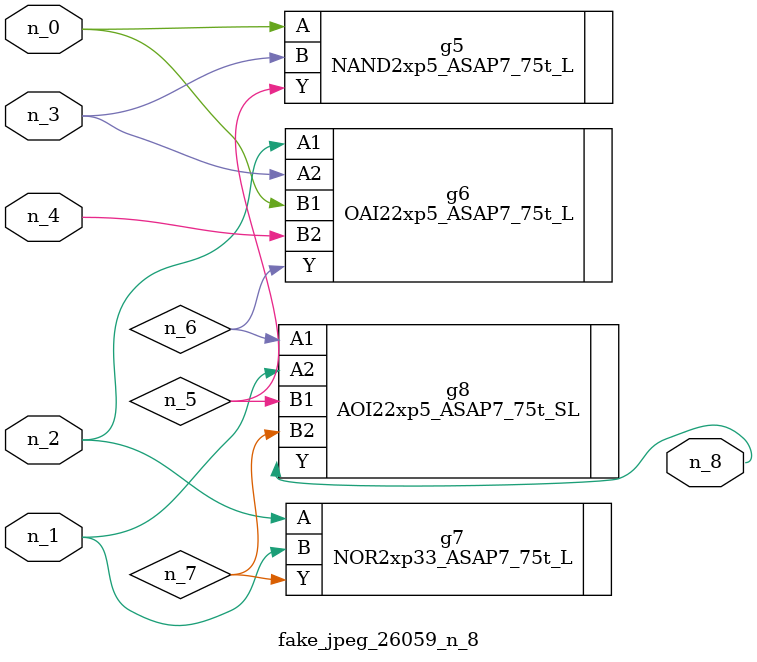
<source format=v>
module fake_jpeg_26059_n_8 (n_3, n_2, n_1, n_0, n_4, n_8);

input n_3;
input n_2;
input n_1;
input n_0;
input n_4;

output n_8;

wire n_6;
wire n_5;
wire n_7;

NAND2xp5_ASAP7_75t_L g5 ( 
.A(n_0),
.B(n_3),
.Y(n_5)
);

OAI22xp5_ASAP7_75t_L g6 ( 
.A1(n_2),
.A2(n_3),
.B1(n_0),
.B2(n_4),
.Y(n_6)
);

NOR2xp33_ASAP7_75t_L g7 ( 
.A(n_2),
.B(n_1),
.Y(n_7)
);

AOI22xp5_ASAP7_75t_SL g8 ( 
.A1(n_6),
.A2(n_1),
.B1(n_5),
.B2(n_7),
.Y(n_8)
);


endmodule
</source>
